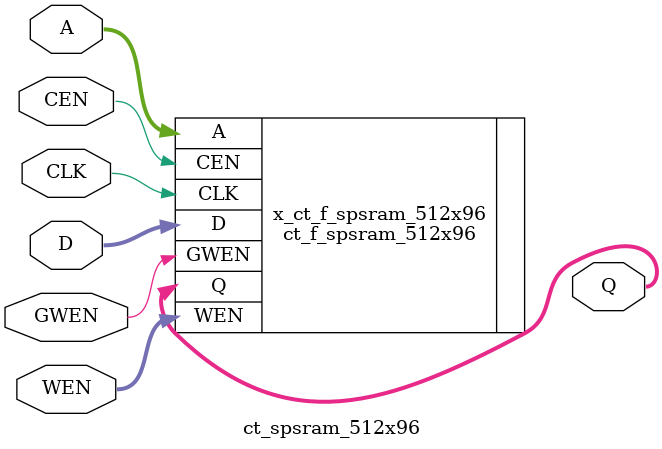
<source format=v>

/*Copyright 2019-2021 T-Head Semiconductor Co., Ltd.

Licensed under the Apache License, Version 2.0 (the "License");
you may not use this file except in compliance with the License.
You may obtain a copy of the License at

    http://www.apache.org/licenses/LICENSE-2.0

Unless required by applicable law or agreed to in writing, software
distributed under the License is distributed on an "AS IS" BASIS,
WITHOUT WARRANTIES OR CONDITIONS OF ANY KIND, either express or implied.
See the License for the specific language governing permissions and
limitations under the License.
*/

// &ModuleBeg; @22
module ct_spsram_512x96(
  A,
  CEN,
  CLK,
  D,
  GWEN,
  Q,
  WEN
);

// &Ports; @23
input   [8 :0]  A;   
input           CEN; 
input           CLK; 
input   [95:0]  D;   
input           GWEN; 
input   [95:0]  WEN; 
output  [95:0]  Q;   

// &Regs; @24

// &Wires; @25
wire    [8 :0]  A;   
wire            CEN; 
wire            CLK; 
wire    [95:0]  D;   
wire            GWEN; 
wire    [95:0]  Q;   
wire    [95:0]  WEN; 


//**********************************************************
//                  Parameter Definition
//**********************************************************
parameter ADDR_WIDTH = 9;
parameter DATA_WIDTH = 96;
parameter WE_WIDTH   = 96;

// &Force("bus","Q",DATA_WIDTH-1,0); @34
// &Force("bus","WEN",WE_WIDTH-1,0); @35
// &Force("bus","A",ADDR_WIDTH-1,0); @36
// &Force("bus","D",DATA_WIDTH-1,0); @37

  //********************************************************
  //*                        FPGA memory                   *
  //********************************************************
//   &Instance("ct_f_spsram_512x96"); @43
ct_f_spsram_512x96  x_ct_f_spsram_512x96 (
  .A    (A   ),
  .CEN  (CEN ),
  .CLK  (CLK ),
  .D    (D   ),
  .GWEN (GWEN),
  .Q    (Q   ),
  .WEN  (WEN )
);

//   &Instance("ct_tsmc_spsram_512x96"); @49

// &ModuleEnd; @65
endmodule



</source>
